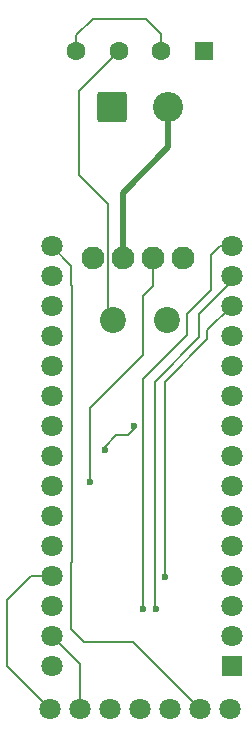
<source format=gbr>
%TF.GenerationSoftware,KiCad,Pcbnew,8.0.6*%
%TF.CreationDate,2025-01-26T20:41:49-07:00*%
%TF.ProjectId,Temperature Sensor,54656d70-6572-4617-9475-72652053656e,rev?*%
%TF.SameCoordinates,Original*%
%TF.FileFunction,Copper,L1,Top*%
%TF.FilePolarity,Positive*%
%FSLAX46Y46*%
G04 Gerber Fmt 4.6, Leading zero omitted, Abs format (unit mm)*
G04 Created by KiCad (PCBNEW 8.0.6) date 2025-01-26 20:41:49*
%MOMM*%
%LPD*%
G01*
G04 APERTURE LIST*
G04 Aperture macros list*
%AMRoundRect*
0 Rectangle with rounded corners*
0 $1 Rounding radius*
0 $2 $3 $4 $5 $6 $7 $8 $9 X,Y pos of 4 corners*
0 Add a 4 corners polygon primitive as box body*
4,1,4,$2,$3,$4,$5,$6,$7,$8,$9,$2,$3,0*
0 Add four circle primitives for the rounded corners*
1,1,$1+$1,$2,$3*
1,1,$1+$1,$4,$5*
1,1,$1+$1,$6,$7*
1,1,$1+$1,$8,$9*
0 Add four rect primitives between the rounded corners*
20,1,$1+$1,$2,$3,$4,$5,0*
20,1,$1+$1,$4,$5,$6,$7,0*
20,1,$1+$1,$6,$7,$8,$9,0*
20,1,$1+$1,$8,$9,$2,$3,0*%
G04 Aperture macros list end*
%TA.AperFunction,ComponentPad*%
%ADD10RoundRect,0.249999X-1.025001X-1.025001X1.025001X-1.025001X1.025001X1.025001X-1.025001X1.025001X0*%
%TD*%
%TA.AperFunction,ComponentPad*%
%ADD11C,2.550000*%
%TD*%
%TA.AperFunction,ComponentPad*%
%ADD12RoundRect,0.250000X0.550000X0.550000X-0.550000X0.550000X-0.550000X-0.550000X0.550000X-0.550000X0*%
%TD*%
%TA.AperFunction,ComponentPad*%
%ADD13C,1.600000*%
%TD*%
%TA.AperFunction,ComponentPad*%
%ADD14R,1.800000X1.800000*%
%TD*%
%TA.AperFunction,ComponentPad*%
%ADD15C,1.800000*%
%TD*%
%TA.AperFunction,ComponentPad*%
%ADD16C,1.930400*%
%TD*%
%TA.AperFunction,ComponentPad*%
%ADD17C,2.200000*%
%TD*%
%TA.AperFunction,ViaPad*%
%ADD18C,0.600000*%
%TD*%
%TA.AperFunction,Conductor*%
%ADD19C,0.200000*%
%TD*%
%TA.AperFunction,Conductor*%
%ADD20C,0.500000*%
%TD*%
G04 APERTURE END LIST*
D10*
%TO.P,J5,1,Pin_1*%
%TO.N,+5V*%
X142100000Y-69250000D03*
D11*
%TO.P,J5,2,Pin_2*%
%TO.N,GND*%
X146900000Y-69250000D03*
%TD*%
D12*
%TO.P,J2,1,Pin_1*%
%TO.N,Low*%
X149900000Y-64500000D03*
D13*
%TO.P,J2,2,Pin_2*%
%TO.N,High*%
X146300000Y-64500000D03*
%TO.P,J2,3,Pin_3*%
%TO.N,Low*%
X142700000Y-64500000D03*
%TO.P,J2,4,Pin_4*%
%TO.N,High*%
X139100000Y-64500000D03*
%TD*%
D14*
%TO.P,UNIT_1,1,D1/TX*%
%TO.N,unconnected-(UNIT_1-D1{slash}TX-Pad1)*%
X152250000Y-116560000D03*
D15*
%TO.P,UNIT_1,2,D0/RX*%
%TO.N,unconnected-(UNIT_1-D0{slash}RX-Pad2)*%
X152250000Y-114020000D03*
%TO.P,UNIT_1,3,RESET*%
%TO.N,unconnected-(UNIT_1-RESET-Pad3)*%
X152250000Y-111480000D03*
%TO.P,UNIT_1,4,COM/GND*%
%TO.N,GND*%
X152250000Y-108940000D03*
%TO.P,UNIT_1,5,D2*%
%TO.N,unconnected-(UNIT_1-D2-Pad5)*%
X152250000Y-106400000D03*
%TO.P,UNIT_1,6,D3*%
%TO.N,unconnected-(UNIT_1-D3-Pad6)*%
X152250000Y-103860000D03*
%TO.P,UNIT_1,7,D4*%
%TO.N,unconnected-(UNIT_1-D4-Pad7)*%
X152250000Y-101320000D03*
%TO.P,UNIT_1,8,D5*%
%TO.N,unconnected-(UNIT_1-D5-Pad8)*%
X152250000Y-98780000D03*
%TO.P,UNIT_1,9,D6*%
%TO.N,unconnected-(UNIT_1-D6-Pad9)*%
X152250000Y-96240000D03*
%TO.P,UNIT_1,10,D7*%
%TO.N,unconnected-(UNIT_1-D7-Pad10)*%
X152250000Y-93700000D03*
%TO.P,UNIT_1,11,D8*%
%TO.N,unconnected-(UNIT_1-D8-Pad11)*%
X152250000Y-91160000D03*
%TO.P,UNIT_1,12,D9*%
%TO.N,unconnected-(UNIT_1-D9-Pad12)*%
X152250000Y-88620000D03*
%TO.P,UNIT_1,13,D10*%
%TO.N,CS*%
X152250000Y-86080000D03*
%TO.P,UNIT_1,14,D11/MOSI*%
%TO.N,SI*%
X152250000Y-83540000D03*
%TO.P,UNIT_1,15,D12/MISO*%
%TO.N,SO*%
X152250000Y-81000000D03*
%TO.P,UNIT_1,16,D13/SCK*%
%TO.N,SCK*%
X137010000Y-81000000D03*
%TO.P,UNIT_1,17,3V3*%
%TO.N,+3V*%
X137010000Y-83540000D03*
%TO.P,UNIT_1,18,AREF*%
%TO.N,unconnected-(UNIT_1-AREF-Pad18)*%
X137010000Y-86080000D03*
%TO.P,UNIT_1,19,A0*%
%TO.N,unconnected-(UNIT_1-A0-Pad19)*%
X137010000Y-88620000D03*
%TO.P,UNIT_1,20,A1*%
%TO.N,unconnected-(UNIT_1-A1-Pad20)*%
X137010000Y-91160000D03*
%TO.P,UNIT_1,21,A2*%
%TO.N,unconnected-(UNIT_1-A2-Pad21)*%
X137010000Y-93700000D03*
%TO.P,UNIT_1,22,A3*%
%TO.N,unconnected-(UNIT_1-A3-Pad22)*%
X137010000Y-96240000D03*
%TO.P,UNIT_1,23,A4*%
%TO.N,SDA*%
X137010000Y-98780000D03*
%TO.P,UNIT_1,24,A5*%
%TO.N,SCL*%
X137010000Y-101320000D03*
%TO.P,UNIT_1,25,A6*%
%TO.N,unconnected-(UNIT_1-A6-Pad25)*%
X137010000Y-103860000D03*
%TO.P,UNIT_1,26,A7*%
%TO.N,unconnected-(UNIT_1-A7-Pad26)*%
X137010000Y-106400000D03*
%TO.P,UNIT_1,27,+5V*%
%TO.N,+5V*%
X137010000Y-108940000D03*
%TO.P,UNIT_1,28,RESET*%
%TO.N,unconnected-(UNIT_1-RESET-Pad28)*%
X137010000Y-111480000D03*
%TO.P,UNIT_1,29,COM/GND*%
%TO.N,GND*%
X137010000Y-114020000D03*
%TO.P,UNIT_1,30,VIN*%
%TO.N,unconnected-(UNIT_1-VIN-Pad30)*%
X137010000Y-116560000D03*
%TD*%
D16*
%TO.P,UNIT_3,1,VIN*%
%TO.N,+3V*%
X140505000Y-82010000D03*
%TO.P,UNIT_3,2,GND*%
%TO.N,GND*%
X143045000Y-82010000D03*
%TO.P,UNIT_3,3,SCL*%
%TO.N,SCL*%
X145585000Y-82010000D03*
%TO.P,UNIT_3,4,SDA*%
%TO.N,SDA*%
X148125000Y-82010000D03*
%TD*%
D15*
%TO.P,UNIT_2,1,INT*%
%TO.N,unconnected-(UNIT_2-INT-Pad1)*%
X152120000Y-120190000D03*
%TO.P,UNIT_2,2,SCK*%
%TO.N,SCK*%
X149580000Y-120190000D03*
%TO.P,UNIT_2,3,SI*%
%TO.N,SI*%
X147040000Y-120190000D03*
%TO.P,UNIT_2,4,SO*%
%TO.N,SO*%
X144500000Y-120190000D03*
%TO.P,UNIT_2,5,CS*%
%TO.N,CS*%
X141960000Y-120190000D03*
%TO.P,UNIT_2,6,GND*%
%TO.N,GND*%
X139420000Y-120190000D03*
%TO.P,UNIT_2,7,VCC*%
%TO.N,+5V*%
X136880000Y-120190000D03*
D17*
%TO.P,UNIT_2,8*%
%TO.N,High*%
X146750000Y-87250000D03*
%TO.P,UNIT_2,9*%
%TO.N,Low*%
X142250000Y-87250000D03*
%TD*%
D18*
%TO.N,CS*%
X146600000Y-109000000D03*
%TO.N,SDA*%
X141500000Y-98250000D03*
X144000000Y-96250000D03*
%TO.N,SO*%
X144750000Y-111750000D03*
%TO.N,SI*%
X145850000Y-111750000D03*
%TO.N,SCL*%
X140250000Y-101000000D03*
%TD*%
D19*
%TO.N,Low*%
X142250000Y-87250000D02*
X141779800Y-86779800D01*
X139300000Y-75000000D02*
X139300000Y-67900000D01*
X141779800Y-86779800D02*
X141779800Y-77479800D01*
X141779800Y-77479800D02*
X139300000Y-75000000D01*
X139300000Y-67900000D02*
X142700000Y-64500000D01*
%TO.N,CS*%
X152250000Y-86080000D02*
X150200000Y-88130000D01*
X150200000Y-88130000D02*
X150200000Y-88900000D01*
X150200000Y-88900000D02*
X146600000Y-92500000D01*
X146600000Y-92500000D02*
X146600000Y-109000000D01*
%TO.N,SDA*%
X142500000Y-97000000D02*
X143500000Y-97000000D01*
X143500000Y-97000000D02*
X144000000Y-96500000D01*
X141500000Y-98000000D02*
X142500000Y-97000000D01*
X141500000Y-98250000D02*
X141500000Y-98000000D01*
X144000000Y-96500000D02*
X144000000Y-96250000D01*
%TO.N,SO*%
X148500000Y-86750000D02*
X148500000Y-88500000D01*
X144750000Y-110750000D02*
X144750000Y-111750000D01*
X151250000Y-81000000D02*
X150500000Y-81750000D01*
X150500000Y-81750000D02*
X150500000Y-84750000D01*
X152250000Y-81000000D02*
X151250000Y-81000000D01*
X144750000Y-92250000D02*
X144750000Y-110750000D01*
X148500000Y-88500000D02*
X144750000Y-92250000D01*
X150500000Y-84750000D02*
X148500000Y-86750000D01*
%TO.N,SCK*%
X138700000Y-107800000D02*
X138700000Y-113400000D01*
X138750000Y-84315685D02*
X138750000Y-107750000D01*
X138700000Y-113400000D02*
X139800000Y-114500000D01*
X138700000Y-84265685D02*
X138750000Y-84315685D01*
X143890000Y-114500000D02*
X149580000Y-120190000D01*
X137010000Y-81000000D02*
X138700000Y-82690000D01*
X139800000Y-114500000D02*
X143890000Y-114500000D01*
X138700000Y-82690000D02*
X138700000Y-84265685D01*
X138750000Y-107750000D02*
X138700000Y-107800000D01*
%TO.N,SI*%
X149500000Y-86750000D02*
X152250000Y-84000000D01*
X145750000Y-92500000D02*
X149500000Y-88750000D01*
X145750000Y-111650000D02*
X145750000Y-92500000D01*
X145850000Y-111750000D02*
X145750000Y-111650000D01*
X149500000Y-88750000D02*
X149500000Y-86750000D01*
X152250000Y-84000000D02*
X152250000Y-83540000D01*
%TO.N,SCL*%
X145585000Y-84415000D02*
X145585000Y-82010000D01*
X140250000Y-101000000D02*
X140250000Y-94750000D01*
X144750000Y-85250000D02*
X145585000Y-84415000D01*
X140250000Y-94750000D02*
X144750000Y-90250000D01*
X144750000Y-90250000D02*
X144750000Y-85250000D01*
%TO.N,+5V*%
X135310000Y-108940000D02*
X133250000Y-111000000D01*
X133250000Y-111000000D02*
X133250000Y-116560000D01*
X133250000Y-116560000D02*
X136880000Y-120190000D01*
X137010000Y-108940000D02*
X135310000Y-108940000D01*
D20*
%TO.N,GND*%
X146900000Y-72650000D02*
X143045000Y-76505000D01*
D19*
X139420000Y-120190000D02*
X139420000Y-116430000D01*
D20*
X143045000Y-76505000D02*
X143045000Y-82010000D01*
X146900000Y-69250000D02*
X146900000Y-72650000D01*
D19*
X139420000Y-116430000D02*
X137010000Y-114020000D01*
%TO.N,High*%
X140500000Y-61750000D02*
X145000000Y-61750000D01*
X139100000Y-63150000D02*
X140500000Y-61750000D01*
X146300000Y-63050000D02*
X146300000Y-64500000D01*
X139100000Y-64500000D02*
X139100000Y-63150000D01*
X145000000Y-61750000D02*
X146300000Y-63050000D01*
%TD*%
M02*

</source>
